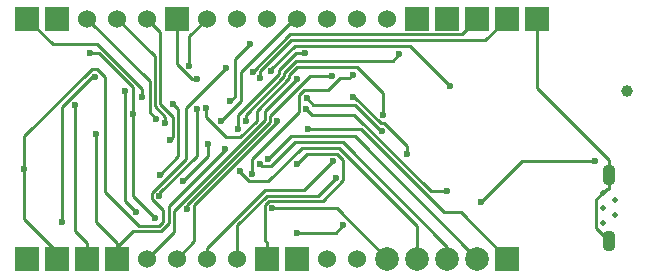
<source format=gbr>
G04 #@! TF.FileFunction,Copper,L2,Bot,Signal*
%FSLAX46Y46*%
G04 Gerber Fmt 4.6, Leading zero omitted, Abs format (unit mm)*
G04 Created by KiCad (PCBNEW 4.0.6) date 07/20/17 20:23:09*
%MOMM*%
%LPD*%
G01*
G04 APERTURE LIST*
%ADD10C,0.100000*%
%ADD11R,2.000000X2.000000*%
%ADD12R,1.998980X1.998980*%
%ADD13R,2.000000X1.998980*%
%ADD14C,1.998980*%
%ADD15C,1.524000*%
%ADD16C,1.000000*%
%ADD17O,1.100000X1.800000*%
%ADD18C,0.500000*%
%ADD19C,0.600000*%
%ADD20C,0.250000*%
G04 APERTURE END LIST*
D10*
D11*
X194310000Y-73660000D03*
X151130000Y-93980000D03*
X158750000Y-93980000D03*
X191770000Y-93980000D03*
X163830000Y-73660000D03*
D12*
X156210000Y-93980000D03*
D13*
X153670000Y-93980000D03*
D11*
X189230000Y-73660000D03*
X191770000Y-73660000D03*
X184150000Y-73660000D03*
X186690000Y-73660000D03*
D14*
X189230000Y-93980000D03*
X186690000Y-93980000D03*
X184150000Y-93980000D03*
X181610000Y-93980000D03*
D15*
X176530000Y-93980000D03*
D11*
X173990000Y-93980000D03*
X171450000Y-93980000D03*
D15*
X163830000Y-93980000D03*
X176530000Y-73660000D03*
X161290000Y-93980000D03*
X179070000Y-73660000D03*
X168910000Y-93980000D03*
X181610000Y-73660000D03*
X166370000Y-93980000D03*
X173990000Y-73660000D03*
X168910000Y-73660000D03*
X179070000Y-93980000D03*
X161290000Y-73660000D03*
X166370000Y-73660000D03*
X171450000Y-73660000D03*
X156210000Y-73660000D03*
X158750000Y-73660000D03*
D16*
X201930000Y-79756000D03*
D11*
X153670000Y-73660000D03*
D17*
X200406000Y-92456000D03*
X200406000Y-86868000D03*
D18*
X200914000Y-90297000D03*
X200914000Y-89027000D03*
X199898000Y-88392000D03*
X199898000Y-89662000D03*
X199898000Y-90932000D03*
D12*
X151130000Y-73660000D03*
D19*
X181145500Y-83207700D03*
X174777600Y-80410400D03*
X164330400Y-87424700D03*
X166458100Y-84247500D03*
X174857500Y-82968400D03*
X166298200Y-81201300D03*
X181232900Y-81787500D03*
X162361000Y-86868000D03*
X163478600Y-80872600D03*
X162317200Y-88714800D03*
X165497600Y-81300000D03*
X160309600Y-90006500D03*
X159443900Y-79762600D03*
X156960000Y-83439700D03*
X170198200Y-86794900D03*
X178683500Y-78395000D03*
X167880500Y-84670100D03*
X156455700Y-76561200D03*
X160111100Y-81715900D03*
X177862300Y-91170300D03*
X173956300Y-91801500D03*
X161962000Y-90517900D03*
X164651500Y-89770300D03*
X176894500Y-78513400D03*
X155171400Y-80985600D03*
X177023800Y-85732400D03*
X177245200Y-87117400D03*
X150879300Y-86360000D03*
X167972000Y-77876700D03*
X167519100Y-82300000D03*
X164855000Y-77663000D03*
X173954800Y-78738900D03*
X162832400Y-82507900D03*
X162045300Y-82146200D03*
X163200700Y-83902500D03*
X170217000Y-78146600D03*
X170876200Y-78728200D03*
X168941700Y-83026000D03*
X174612400Y-76587600D03*
X169619300Y-82325900D03*
X182588400Y-76694700D03*
X171539400Y-85523000D03*
X170848200Y-85963800D03*
X169161300Y-86522100D03*
X171856400Y-89729200D03*
X172308300Y-82300000D03*
X173940500Y-85935600D03*
X169968700Y-75831200D03*
X168316500Y-80618200D03*
X174768100Y-81307600D03*
X186666800Y-88279900D03*
X178669500Y-80300000D03*
X183246100Y-85121100D03*
X171803500Y-78081400D03*
X186936900Y-79375000D03*
X156834900Y-78566100D03*
X154076400Y-90866200D03*
X165524900Y-78800000D03*
X199163100Y-85698000D03*
X189562800Y-89169600D03*
X160864000Y-80338000D03*
D20*
X175321400Y-80954200D02*
X174777600Y-80410400D01*
X178850400Y-80954200D02*
X175321400Y-80954200D01*
X181103900Y-83207700D02*
X178850400Y-80954200D01*
X181145500Y-83207700D02*
X181103900Y-83207700D01*
X191770000Y-93980000D02*
X187834200Y-90044200D01*
X187834200Y-90044200D02*
X186421200Y-90044200D01*
X186421200Y-90044200D02*
X179345400Y-82968400D01*
X179345400Y-82968400D02*
X174857500Y-82968400D01*
X200196700Y-88093300D02*
X199898000Y-88392000D01*
X200406000Y-88093300D02*
X200196700Y-88093300D01*
X200406000Y-86868000D02*
X200406000Y-88093300D01*
X199322600Y-88967400D02*
X199898000Y-88392000D01*
X199322600Y-91372600D02*
X199322600Y-88967400D01*
X200406000Y-92456000D02*
X199322600Y-91372600D01*
X200406000Y-86868000D02*
X200406000Y-85642700D01*
X194310000Y-79546700D02*
X200406000Y-85642700D01*
X194310000Y-73660000D02*
X194310000Y-79546700D01*
X166458100Y-85297000D02*
X164330400Y-87424700D01*
X166458100Y-84247500D02*
X166458100Y-85297000D01*
X181232900Y-79955300D02*
X181232900Y-81787500D01*
X179047200Y-77769600D02*
X181232900Y-79955300D01*
X173983500Y-77769600D02*
X179047200Y-77769600D01*
X173329400Y-78423700D02*
X173983500Y-77769600D01*
X173329400Y-78713700D02*
X173329400Y-78423700D01*
X170557200Y-81485900D02*
X173329400Y-78713700D01*
X170557200Y-82295000D02*
X170557200Y-81485900D01*
X169176500Y-83675700D02*
X170557200Y-82295000D01*
X167964400Y-83675700D02*
X169176500Y-83675700D01*
X166298200Y-82009500D02*
X167964400Y-83675700D01*
X166298200Y-81201300D02*
X166298200Y-82009500D01*
X163908200Y-85320800D02*
X162361000Y-86868000D01*
X163908200Y-81302200D02*
X163908200Y-85320800D01*
X163478600Y-80872600D02*
X163908200Y-81302200D01*
X162317200Y-88439000D02*
X162317200Y-88714800D01*
X165497600Y-85258600D02*
X162317200Y-88439000D01*
X165497600Y-81300000D02*
X165497600Y-85258600D01*
X159443900Y-89140800D02*
X160309600Y-90006500D01*
X159443900Y-79762600D02*
X159443900Y-89140800D01*
X158750000Y-93980000D02*
X158750000Y-93038300D01*
X158750000Y-93038300D02*
X158750000Y-92654700D01*
X156960000Y-90864700D02*
X156960000Y-83439700D01*
X158750000Y-92654700D02*
X156960000Y-90864700D01*
X160121400Y-91666900D02*
X158750000Y-93038300D01*
X162454600Y-91666900D02*
X160121400Y-91666900D01*
X163125500Y-90996000D02*
X162454600Y-91666900D01*
X163125500Y-89519800D02*
X163125500Y-90996000D01*
X167880500Y-84764800D02*
X163125500Y-89519800D01*
X167880500Y-84670100D02*
X167880500Y-84764800D01*
X170198200Y-85520000D02*
X170198200Y-86794900D01*
X174132500Y-81585700D02*
X170198200Y-85520000D01*
X174132500Y-80171200D02*
X174132500Y-81585700D01*
X174572900Y-79730800D02*
X174132500Y-80171200D01*
X176561500Y-79730800D02*
X174572900Y-79730800D01*
X177603800Y-78688500D02*
X176561500Y-79730800D01*
X177603800Y-78688400D02*
X177603800Y-78688500D01*
X178390100Y-78688400D02*
X177603800Y-78688400D01*
X178683500Y-78395000D02*
X178390100Y-78688400D01*
X157178800Y-76561200D02*
X156455700Y-76561200D01*
X160111100Y-79493500D02*
X157178800Y-76561200D01*
X160111100Y-81715900D02*
X160111100Y-79493500D01*
X160111100Y-88667000D02*
X160111100Y-81715900D01*
X161962000Y-90517900D02*
X160111100Y-88667000D01*
X177231100Y-91801500D02*
X173956300Y-91801500D01*
X177862300Y-91170300D02*
X177231100Y-91801500D01*
X175090300Y-78513400D02*
X176894500Y-78513400D01*
X171682900Y-81920800D02*
X175090300Y-78513400D01*
X171682900Y-82443100D02*
X171682900Y-81920800D01*
X164651500Y-89474500D02*
X171682900Y-82443100D01*
X164651500Y-89770300D02*
X164651500Y-89474500D01*
X155171400Y-91616600D02*
X155171400Y-80985600D01*
X156210000Y-92655200D02*
X155171400Y-91616600D01*
X156210000Y-93980000D02*
X156210000Y-92655200D01*
X166370000Y-93057500D02*
X166370000Y-93980000D01*
X171224200Y-88203300D02*
X166370000Y-93057500D01*
X174552900Y-88203300D02*
X171224200Y-88203300D01*
X177023800Y-85732400D02*
X174552900Y-88203300D01*
X168910000Y-91154400D02*
X168910000Y-93980000D01*
X171410800Y-88653600D02*
X168910000Y-91154400D01*
X175709000Y-88653600D02*
X171410800Y-88653600D01*
X177245200Y-87117400D02*
X175709000Y-88653600D01*
X153670000Y-93980000D02*
X153670000Y-93439300D01*
X150879300Y-90648600D02*
X150879300Y-86360000D01*
X153670000Y-93439300D02*
X150879300Y-90648600D01*
X164597000Y-81251700D02*
X167972000Y-77876700D01*
X164597000Y-85522300D02*
X164597000Y-81251700D01*
X161653500Y-88465800D02*
X164597000Y-85522300D01*
X161653500Y-88935600D02*
X161653500Y-88465800D01*
X162606300Y-89888400D02*
X161653500Y-88935600D01*
X162606300Y-90853300D02*
X162606300Y-89888400D01*
X162258400Y-91201200D02*
X162606300Y-90853300D01*
X160583800Y-91201200D02*
X162258400Y-91201200D01*
X157724500Y-88341900D02*
X160583800Y-91201200D01*
X157724500Y-78569500D02*
X157724500Y-88341900D01*
X157048600Y-77893600D02*
X157724500Y-78569500D01*
X156586300Y-77893600D02*
X157048600Y-77893600D01*
X150879300Y-83600600D02*
X156586300Y-77893600D01*
X150879300Y-86360000D02*
X150879300Y-83600600D01*
X169214000Y-80605100D02*
X167519100Y-82300000D01*
X169214000Y-78161800D02*
X169214000Y-80605100D01*
X173715800Y-73660000D02*
X169214000Y-78161800D01*
X173990000Y-73660000D02*
X173715800Y-73660000D01*
X164855000Y-75175000D02*
X166370000Y-73660000D01*
X164855000Y-77663000D02*
X164855000Y-75175000D01*
X173941000Y-78738900D02*
X173954800Y-78738900D01*
X173941000Y-78739000D02*
X173941000Y-78738900D01*
X171232600Y-81447400D02*
X173941000Y-78739000D01*
X171232600Y-82256500D02*
X171232600Y-81447400D01*
X163575800Y-89913300D02*
X171232600Y-82256500D01*
X163575800Y-91694200D02*
X163575800Y-89913300D01*
X161290000Y-93980000D02*
X163575800Y-91694200D01*
X161939600Y-76849600D02*
X158750000Y-73660000D01*
X161939600Y-81090300D02*
X161939600Y-76849600D01*
X162832400Y-81983100D02*
X161939600Y-81090300D01*
X162832400Y-82507900D02*
X162832400Y-81983100D01*
X161489300Y-81590200D02*
X162045300Y-82146200D01*
X161489300Y-78939300D02*
X161489300Y-81590200D01*
X156210000Y-73660000D02*
X161489300Y-78939300D01*
X162389900Y-74759900D02*
X161290000Y-73660000D01*
X162389900Y-80903700D02*
X162389900Y-74759900D01*
X163457800Y-81971600D02*
X162389900Y-80903700D01*
X163457800Y-83645400D02*
X163457800Y-81971600D01*
X163200700Y-83902500D02*
X163457800Y-83645400D01*
X173374800Y-74988800D02*
X170217000Y-78146600D01*
X187901200Y-74988800D02*
X173374800Y-74988800D01*
X189230000Y-73660000D02*
X187901200Y-74988800D01*
X170876200Y-78124300D02*
X170876200Y-78728200D01*
X173488500Y-75512000D02*
X170876200Y-78124300D01*
X189918000Y-75512000D02*
X173488500Y-75512000D01*
X191770000Y-73660000D02*
X189918000Y-75512000D01*
X173891700Y-76587600D02*
X174612400Y-76587600D01*
X172428800Y-78050500D02*
X173891700Y-76587600D01*
X172428800Y-78340500D02*
X172428800Y-78050500D01*
X168941700Y-81827600D02*
X172428800Y-78340500D01*
X168941700Y-83026000D02*
X168941700Y-81827600D01*
X182070100Y-77213000D02*
X182588400Y-76694700D01*
X173903200Y-77213000D02*
X182070100Y-77213000D01*
X172879100Y-78237100D02*
X173903200Y-77213000D01*
X172879100Y-78527100D02*
X172879100Y-78237100D01*
X169619300Y-81786900D02*
X172879100Y-78527100D01*
X169619300Y-82325900D02*
X169619300Y-81786900D01*
X173425600Y-83636800D02*
X171539400Y-85523000D01*
X178886800Y-83636800D02*
X173425600Y-83636800D01*
X189230000Y-93980000D02*
X178886800Y-83636800D01*
X171032700Y-86148300D02*
X170848200Y-85963800D01*
X171798500Y-86148300D02*
X171032700Y-86148300D01*
X173809400Y-84137400D02*
X171798500Y-86148300D01*
X177825200Y-84137400D02*
X173809400Y-84137400D01*
X186690000Y-93002200D02*
X177825200Y-84137400D01*
X186690000Y-93980000D02*
X186690000Y-93002200D01*
X169161300Y-86653700D02*
X169161300Y-86522100D01*
X169933800Y-87426200D02*
X169161300Y-86653700D01*
X171530100Y-87426200D02*
X169933800Y-87426200D01*
X174368500Y-84587800D02*
X171530100Y-87426200D01*
X177548700Y-84587800D02*
X174368500Y-84587800D01*
X184150000Y-91189100D02*
X177548700Y-84587800D01*
X184150000Y-93980000D02*
X184150000Y-91189100D01*
X177359200Y-89729200D02*
X171856400Y-89729200D01*
X181610000Y-93980000D02*
X177359200Y-89729200D01*
X172308300Y-82454700D02*
X172308300Y-82300000D01*
X165282600Y-89480400D02*
X172308300Y-82454700D01*
X165282600Y-92527400D02*
X165282600Y-89480400D01*
X163830000Y-93980000D02*
X165282600Y-92527400D01*
X171450000Y-93980000D02*
X171450000Y-92654700D01*
X171231100Y-92435800D02*
X171450000Y-92654700D01*
X171231100Y-89470200D02*
X171231100Y-92435800D01*
X171597400Y-89103900D02*
X171231100Y-89470200D01*
X176143100Y-89103900D02*
X171597400Y-89103900D01*
X177887400Y-87359600D02*
X176143100Y-89103900D01*
X177887400Y-85638400D02*
X177887400Y-87359600D01*
X177344700Y-85095700D02*
X177887400Y-85638400D01*
X174780400Y-85095700D02*
X177344700Y-85095700D01*
X173940500Y-85935600D02*
X174780400Y-85095700D01*
X168678100Y-80256600D02*
X168316500Y-80618200D01*
X168678100Y-77121800D02*
X168678100Y-80256600D01*
X169968700Y-75831200D02*
X168678100Y-77121800D01*
X175262500Y-81802000D02*
X174768100Y-81307600D01*
X178815900Y-81802000D02*
X175262500Y-81802000D01*
X185293800Y-88279900D02*
X178815900Y-81802000D01*
X186666800Y-88279900D02*
X185293800Y-88279900D01*
X183246100Y-84423900D02*
X183246100Y-85121100D01*
X181349200Y-82527000D02*
X183246100Y-84423900D01*
X181060100Y-82527000D02*
X181349200Y-82527000D01*
X178833100Y-80300000D02*
X181060100Y-82527000D01*
X178669500Y-80300000D02*
X178833100Y-80300000D01*
X183524200Y-75962300D02*
X186936900Y-79375000D01*
X173798900Y-75962300D02*
X183524200Y-75962300D01*
X171803500Y-77957700D02*
X173798900Y-75962300D01*
X171803500Y-78081400D02*
X171803500Y-77957700D01*
X156834900Y-78566100D02*
X156643200Y-78566100D01*
X156643200Y-78566100D02*
X154076400Y-81132900D01*
X154076400Y-81132900D02*
X154076400Y-90866200D01*
X165084100Y-78800000D02*
X165524900Y-78800000D01*
X163830000Y-77545900D02*
X165084100Y-78800000D01*
X163830000Y-73660000D02*
X163830000Y-77545900D01*
X199163100Y-85698100D02*
X199163100Y-85698000D01*
X193034300Y-85698100D02*
X199163100Y-85698100D01*
X189562800Y-89169600D02*
X193034300Y-85698100D01*
X153269700Y-75799700D02*
X151130000Y-73660000D01*
X157054200Y-75799700D02*
X153269700Y-75799700D01*
X160864000Y-79609500D02*
X157054200Y-75799700D01*
X160864000Y-80338000D02*
X160864000Y-79609500D01*
M02*

</source>
